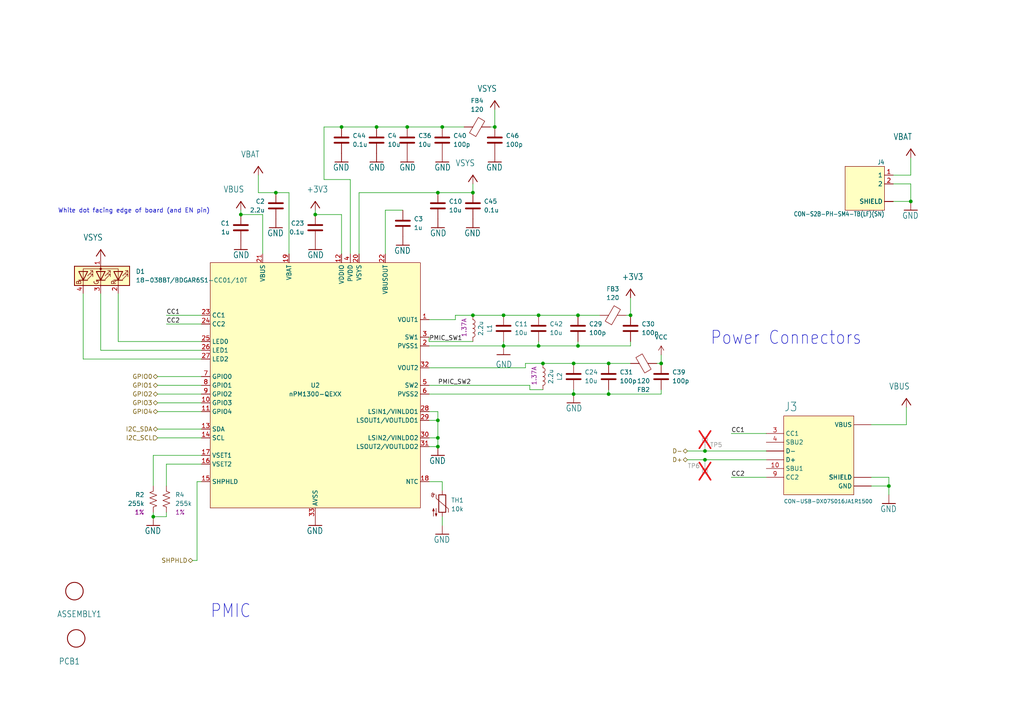
<source format=kicad_sch>
(kicad_sch (version 20250114) (generator "eeschema") (generator_version "9.0")
  (paper "A4")
  (title_block (title "nRF9151 Feather") (date "2024-12-04") (rev "1.0") (company "Circuit Dojo LLC"))
  (lib_symbols
    (symbol "Connector:TestPoint" (pin_numbers (hide yes)) (pin_names (offset 0.762) (hide yes))
      (property "Reference" "TP" (at 0 6.858 0))
      (property "Value" "TestPoint" (at 0 5.08 0))
      (symbol "TestPoint_0_1"
        (circle (center 0 3.302) (radius 0.762))
      )
      (symbol "TestPoint_1_1"
        (pin passive line (at 0 0 90) (length 2.54) (name "1") (number "1"))
      )
    )
    (symbol "Device:C" (pin_numbers (hide yes)) (pin_names (offset 0.254))
      (property "Reference" "C" (at 0.635 2.54 0))
      (property "Value" "C" (at 0.635 -2.54 0))
      (symbol "C_0_1"
        (polyline (pts (xy -2.032 0.762) (xy 2.032 0.762)) (stroke (width 0.508)))
        (polyline (pts (xy -2.032 -0.762) (xy 2.032 -0.762)) (stroke (width 0.508)))
      )
      (symbol "C_1_1"
        (pin passive line (at 0 3.81 270) (length 2.794) (name "~") (number "1"))
        (pin passive line (at 0 -3.81 90) (length 2.794) (name "~") (number "2"))
      )
    )
    (symbol "Device:FerriteBead" (pin_numbers (hide yes)) (pin_names (offset 0))
      (property "Reference" "FB" (at -3.81 0.635 90))
      (property "Value" "FerriteBead" (at 3.81 0 90))
      (symbol "FerriteBead_0_1"
        (polyline (pts (xy -2.7686 0.4064) (xy -1.7018 2.2606) (xy 2.7686 -0.3048) (xy 1.6764 -2.159) (xy -2.7686 0.4064)))
        (polyline (pts (xy 0 1.27) (xy 0 1.2954)))
        (polyline (pts (xy 0 -1.27) (xy 0 -1.2192)))
      )
      (symbol "FerriteBead_1_1"
        (pin passive line (at 0 3.81 270) (length 2.54) (name "~") (number "1"))
        (pin passive line (at 0 -3.81 90) (length 2.54) (name "~") (number "2"))
      )
    )
    (symbol "Device:L" (pin_numbers (hide yes)) (pin_names (offset 1.016) (hide yes))
      (property "Reference" "L" (at -1.27 0 90))
      (property "Value" "L" (at 1.905 0 90))
      (symbol "L_0_1"
        (arc (start 0 2.54) (mid 0.6323 1.905) (end 0 1.27))
        (arc (start 0 1.27) (mid 0.6323 0.635) (end 0 0))
        (arc (start 0 0) (mid 0.6323 -0.635) (end 0 -1.27))
        (arc (start 0 -1.27) (mid 0.6323 -1.905) (end 0 -2.54))
      )
      (symbol "L_1_1"
        (pin passive line (at 0 3.81 270) (length 1.27) (name "1") (number "1"))
        (pin passive line (at 0 -3.81 90) (length 1.27) (name "2") (number "2"))
      )
    )
    (symbol "Device:LED_ARGB" (pin_names (offset 0) (hide yes))
      (property "Reference" "D" (at 0 9.398 0))
      (property "Value" "LED_ARGB" (at 0 -8.89 0))
      (symbol "LED_ARGB_0_0"
        (text "R" (at -1.905 3.81 0) (effects (font (size 1.27 1.27))))
        (text "G" (at -1.905 -1.27 0) (effects (font (size 1.27 1.27))))
        (text "B" (at -1.905 -6.35 0) (effects (font (size 1.27 1.27))))
      )
      (symbol "LED_ARGB_0_1"
        (polyline (pts (xy -1.27 6.35) (xy -1.27 3.81)) (stroke (width 0.254)))
        (polyline (pts (xy -1.27 6.35) (xy -1.27 3.81) (xy -1.27 3.81)))
        (polyline (pts (xy -1.27 5.08) (xy -2.54 5.08)))
        (polyline (pts (xy -1.27 5.08) (xy 1.27 5.08)))
        (polyline (pts (xy -1.27 1.27) (xy -1.27 -1.27)) (stroke (width 0.254)))
        (polyline (pts (xy -1.27 1.27) (xy -1.27 -1.27) (xy -1.27 -1.27)))
        (polyline (pts (xy -1.27 0) (xy -2.54 0)))
        (polyline (pts (xy -1.27 -3.81) (xy -1.27 -6.35)) (stroke (width 0.254)))
        (polyline (pts (xy -1.27 -5.08) (xy -2.54 -5.08)))
        (polyline (pts (xy -1.27 -5.08) (xy 1.27 -5.08)))
        (polyline (pts (xy -1.016 6.35) (xy 0.508 7.874) (xy -0.254 7.874) (xy 0.508 7.874) (xy 0.508 7.112)))
        (polyline (pts (xy -1.016 1.27) (xy 0.508 2.794) (xy -0.254 2.794) (xy 0.508 2.794) (xy 0.508 2.032)))
        (polyline (pts (xy -1.016 -3.81) (xy 0.508 -2.286) (xy -0.254 -2.286) (xy 0.508 -2.286) (xy 0.508 -3.048)))
        (polyline (pts (xy 0 6.35) (xy 1.524 7.874) (xy 0.762 7.874) (xy 1.524 7.874) (xy 1.524 7.112)))
        (polyline (pts (xy 0 1.27) (xy 1.524 2.794) (xy 0.762 2.794) (xy 1.524 2.794) (xy 1.524 2.032)))
        (polyline (pts (xy 0 -3.81) (xy 1.524 -2.286) (xy 0.762 -2.286) (xy 1.524 -2.286) (xy 1.524 -3.048)))
        (polyline (pts (xy 1.27 6.35) (xy 1.27 3.81) (xy -1.27 5.08) (xy 1.27 6.35)) (stroke (width 0.254)))
        (rectangle (start 1.27 6.35) (end 1.27 6.35))
        (rectangle (start 1.27 3.81) (end 1.27 6.35))
        (polyline (pts (xy 1.27 1.27) (xy 1.27 -1.27) (xy -1.27 0) (xy 1.27 1.27)) (stroke (width 0.254)))
        (rectangle (start 1.27 1.27) (end 1.27 1.27))
        (polyline (pts (xy 1.27 0) (xy -1.27 0)))
        (polyline (pts (xy 1.27 0) (xy 2.54 0)))
        (rectangle (start 1.27 -1.27) (end 1.27 1.27))
        (polyline (pts (xy 1.27 -3.81) (xy 1.27 -6.35) (xy -1.27 -5.08) (xy 1.27 -3.81)) (stroke (width 0.254)))
        (polyline (pts (xy 1.27 -5.08) (xy 2.032 -5.08) (xy 2.032 5.08) (xy 1.27 5.08)))
        (circle (center 2.032 0) (radius 0.254) (fill (type outline)))
        (rectangle (start 2.794 8.382) (end -2.794 -7.62) (stroke (width 0.254)) (fill (type background)))
      )
      (symbol "LED_ARGB_1_1"
        (pin passive line (at -5.08 5.08 0) (length 2.54) (name "RK") (number "2"))
        (pin passive line (at -5.08 0 0) (length 2.54) (name "GK") (number "3"))
        (pin passive line (at -5.08 -5.08 0) (length 2.54) (name "BK") (number "4"))
        (pin passive line (at 5.08 0 180) (length 2.54) (name "A") (number "1"))
      )
    )
    (symbol "Device:R_US" (pin_numbers (hide yes)) (pin_names (offset 0))
      (property "Reference" "R" (at 2.54 0 90))
      (property "Value" "R_US" (at -2.54 0 90))
      (symbol "R_US_0_1"
        (polyline (pts (xy 0 2.286) (xy 0 2.54)))
        (polyline (pts (xy 0 2.286) (xy 1.016 1.905) (xy 0 1.524) (xy -1.016 1.143) (xy 0 0.762)))
        (polyline (pts (xy 0 0.762) (xy 1.016 0.381) (xy 0 0) (xy -1.016 -0.381) (xy 0 -0.762)))
        (polyline (pts (xy 0 -0.762) (xy 1.016 -1.143) (xy 0 -1.524) (xy -1.016 -1.905) (xy 0 -2.286)))
        (polyline (pts (xy 0 -2.286) (xy 0 -2.54)))
      )
      (symbol "R_US_1_1"
        (pin passive line (at 0 3.81 270) (length 1.27) (name "~") (number "1"))
        (pin passive line (at 0 -3.81 90) (length 1.27) (name "~") (number "2"))
      )
    )
    (symbol "Device:Thermistor_NTC" (pin_numbers (hide yes)) (pin_names (offset 0))
      (property "Reference" "TH" (at -4.445 0 90))
      (property "Value" "Thermistor_NTC" (at 3.175 0 90))
      (symbol "Thermistor_NTC_0_1"
        (arc (start -3.175 2.413) (mid -3.0506 2.3165) (end -3.048 2.159))
        (arc (start -3.048 2.794) (mid -2.9736 2.9736) (end -2.794 3.048))
        (arc (start -2.794 3.048) (mid -2.6144 2.9736) (end -2.54 2.794))
        (arc (start -2.794 2.54) (mid -2.9736 2.6144) (end -3.048 2.794))
        (arc (start -2.794 1.905) (mid -2.9736 1.9794) (end -3.048 2.159))
        (arc (start -2.54 2.159) (mid -2.6144 1.9794) (end -2.794 1.905))
        (arc (start -2.159 2.794) (mid -2.434 2.5608) (end -2.794 2.54))
        (polyline (pts (xy -2.54 2.159) (xy -2.54 2.794)))
        (polyline (pts (xy -2.54 -3.683) (xy -2.54 -1.397) (xy -2.794 -2.159) (xy -2.286 -2.159) (xy -2.54 -1.397) (xy -2.54 -1.651)) (fill (type outline)))
        (polyline (pts (xy -1.778 2.54) (xy -1.778 1.524) (xy 1.778 -1.524) (xy 1.778 -2.54)))
        (polyline (pts (xy -1.778 -1.397) (xy -1.778 -3.683) (xy -2.032 -2.921) (xy -1.524 -2.921) (xy -1.778 -3.683) (xy -1.778 -3.429)) (fill (type outline)))
        (rectangle (start -1.016 2.54) (end 1.016 -2.54) (stroke (width 0.254)))
      )
      (symbol "Thermistor_NTC_1_1"
        (pin passive line (at 0 3.81 270) (length 1.27) (name "~") (number "1"))
        (pin passive line (at 0 -3.81 90) (length 1.27) (name "~") (number "2"))
      )
    )
    (symbol "PCM_nordic-lib-kicad-npm:nPM1300-QEXX"
      (property "Reference" "U" (at 0 0 0))
      (property "Value" "nPM1300-QEXX" (at 0 -2.54 0))
      (symbol "nPM1300-QEXX_0_0"
        (pin bidirectional line (at -33.02 20.32 0) (length 2.54) (name "CC1") (number "23"))
        (pin bidirectional line (at -33.02 17.78 0) (length 2.54) (name "CC2") (number "24"))
        (pin open_collector line (at -33.02 12.7 0) (length 2.54) (name "LED0") (number "25"))
        (pin open_collector line (at -33.02 10.16 0) (length 2.54) (name "LED1") (number "26"))
        (pin open_collector line (at -33.02 7.62 0) (length 2.54) (name "LED2") (number "27"))
        (pin bidirectional line (at -33.02 2.54 0) (length 2.54) (name "GPIO0") (number "7"))
        (pin bidirectional line (at -33.02 0 0) (length 2.54) (name "GPIO1") (number "8"))
        (pin bidirectional line (at -33.02 -2.54 0) (length 2.54) (name "GPIO2") (number "9"))
        (pin bidirectional line (at -33.02 -5.08 0) (length 2.54) (name "GPIO3") (number "10"))
        (pin bidirectional line (at -33.02 -7.62 0) (length 2.54) (name "GPIO4") (number "11"))
        (pin bidirectional line (at -33.02 -12.7 0) (length 2.54) (name "SDA") (number "13"))
        (pin bidirectional line (at -33.02 -15.24 0) (length 2.54) (name "SCL") (number "14"))
        (pin passive line (at -33.02 -20.32 0) (length 2.54) (name "VSET1") (number "17"))
        (pin passive line (at -33.02 -22.86 0) (length 2.54) (name "VSET2") (number "16"))
        (pin input line (at -33.02 -27.94 0) (length 2.54) (name "SHPHLD") (number "15"))
        (pin power_in line (at -15.24 38.1 270) (length 2.54) (name "VBUS") (number "21"))
        (pin power_in line (at -7.62 38.1 270) (length 2.54) (name "VBAT") (number "19"))
        (pin power_in line (at 0 -38.1 90) (length 2.54) (name "AVSS") (number "33"))
        (pin power_in line (at 7.62 38.1 270) (length 2.54) (name "VDDIO") (number "12"))
        (pin power_in line (at 10.16 38.1 270) (length 2.54) (name "PVDD") (number "4"))
        (pin power_out line (at 12.7 38.1 270) (length 2.54) (name "VSYS") (number "20"))
        (pin power_out line (at 20.32 38.1 270) (length 2.54) (name "VBUSOUT") (number "22"))
        (pin power_out line (at 33.02 19.05 180) (length 2.54) (name "VOUT1") (number "1"))
        (pin passive line (at 33.02 13.97 180) (length 2.54) (name "SW1") (number "3"))
        (pin power_out line (at 33.02 5.08 180) (length 2.54) (name "VOUT2") (number "32"))
        (pin passive line (at 33.02 0 180) (length 2.54) (name "SW2") (number "5"))
        (pin output line (at 33.02 -10.16 180) (length 2.54) (name "LSOUT1/VOUTLDO1") (number "29"))
        (pin input line (at 33.02 -15.24 180) (length 2.54) (name "LSIN2/VINLDO2") (number "30"))
        (pin output line (at 33.02 -17.78 180) (length 2.54) (name "LSOUT2/VOUTLDO2") (number "31"))
        (pin passive line (at 33.02 -27.94 180) (length 2.54) (name "NTC") (number "18"))
      )
      (symbol "nPM1300-QEXX_1_0"
        (pin power_in line (at 33.02 11.43 180) (length 2.54) (name "PVSS1") (number "2"))
        (pin power_in line (at 33.02 -2.54 180) (length 2.54) (name "PVSS2") (number "6"))
        (pin input line (at 33.02 -7.62 180) (length 2.54) (name "LSIN1/VINLDO1") (number "28"))
      )
      (symbol "nPM1300-QEXX_1_1"
        (rectangle (start -30.48 35.56) (end 30.48 -35.56) (fill (type background)))
      )
    )
    (symbol "nrf91-feather-eagle-import:+3V3" (power)
      (property "Value" "+3V3" (at -2.54 -5.08 90))
      (symbol "+3V3_1_0"
        (polyline (pts (xy 0 0) (xy -1.27 -1.905)) (stroke (width 0.254)))
        (polyline (pts (xy 1.27 -1.905) (xy 0 0)) (stroke (width 0.254)))
        (pin power_in line (at 0 -2.54 90) (length 2.54) (name "+3V3") (number "1"))
      )
    )
    (symbol "nrf91-feather-eagle-import:ASSY-COST"
      (property "Reference" "ASSEMBLY" (at -5.08 -7.62 0))
      (symbol "ASSY-COST_1_0"
        (circle (center 0 0) (radius 2.54) (stroke (width 0.254)))
      )
    )
    (symbol "nrf91-feather-eagle-import:CON-S2B-PH-SM4-TB(LF)(SN)"
      (property "Reference" "J4" (at -5.0829 5.5957 0))
      (property "Value" "CON-S2B-PH-SM4-TB(LF)(SN)" (at -5.0881 -9.4227 0))
      (symbol "CON-S2B-PH-SM4-TB(LF)(SN)_1_0"
        (pin passive line (at -7.62 2.54 0) (length 2.54) (name "1") (number "1"))
        (pin passive line (at -7.62 0 0) (length 2.54) (name "2") (number "2"))
        (pin passive line (at -7.62 -5.08 0) (length 2.54) (name "SHIELD") (number "S1"))
        (pin passive line (at -7.62 -5.08 0) (length 2.54) (name "SHIELD") (number "S2"))
      )
      (symbol "CON-S2B-PH-SM4-TB(LF)(SN)_1_1"
        (rectangle (start -5.08 5.08) (end 6.35 -7.62) (fill (type background)))
      )
    )
    (symbol "nrf91-feather-eagle-import:CON-USB-DX07S016JA1R1500"
      (property "Reference" "J3" (at -10.16 11.43 0))
      (property "Value" "CON-USB-DX07S016JA1R1500" (at -10.16 -13.97 0))
      (symbol "CON-USB-DX07S016JA1R1500_1_0"
        (pin passive line (at -15.24 5.08 0) (length 5.08) (name "CC1") (number "3"))
        (pin passive line (at -15.24 2.54 0) (length 5.08) (name "SBU2") (number "4"))
        (pin passive line (at -15.24 0 0) (length 5.08) (name "D-") (number "5"))
        (pin passive line (at -15.24 0 0) (length 5.08) (name "D-") (number "8"))
        (pin passive line (at -15.24 -2.54 0) (length 5.08) (name "D+") (number "6"))
        (pin passive line (at -15.24 -2.54 0) (length 5.08) (name "D+") (number "7"))
        (pin passive line (at -15.24 -5.08 0) (length 5.08) (name "SBU1") (number "10"))
        (pin passive line (at -15.24 -7.62 0) (length 5.08) (name "CC2") (number "9"))
        (pin power_in line (at 15.24 7.62 180) (length 5.08) (name "VBUS") (number "11"))
        (pin power_in line (at 15.24 7.62 180) (length 5.08) (name "VBUS") (number "2"))
        (pin passive line (at 15.24 -7.62 180) (length 5.08) (name "SHIELD") (number "S1"))
        (pin passive line (at 15.24 -7.62 180) (length 5.08) (name "SHIELD") (number "S2"))
        (pin passive line (at 15.24 -7.62 180) (length 5.08) (name "SHIELD") (number "S3"))
        (pin passive line (at 15.24 -7.62 180) (length 5.08) (name "SHIELD") (number "S4"))
        (pin passive line (at 15.24 -7.62 180) (length 5.08) (name "SHIELD") (number "S5"))
        (pin passive line (at 15.24 -7.62 180) (length 5.08) (name "SHIELD") (number "S6"))
        (pin power_in line (at 15.24 -10.16 180) (length 5.08) (name "GND") (number "1"))
        (pin power_in line (at 15.24 -10.16 180) (length 5.08) (name "GND") (number "12"))
      )
      (symbol "CON-USB-DX07S016JA1R1500_1_1"
        (rectangle (start -10.16 10.16) (end 10.16 -12.7) (fill (type background)))
      )
    )
    (symbol "nrf91-feather-eagle-import:GND" (power)
      (property "Value" "GND" (at -2.54 -2.54 0))
      (symbol "GND_1_0"
        (polyline (pts (xy -1.905 0) (xy 1.905 0)) (stroke (width 0.254)))
        (pin power_in line (at 0 2.54 270) (length 2.54) (name "GND") (number "1"))
      )
    )
    (symbol "nrf91-feather-eagle-import:PCB"
      (property "Reference" "PCB" (at -5.08 -7.62 0))
      (symbol "PCB_1_0"
        (circle (center 0 0) (radius 2.54) (stroke (width 0.254)))
      )
    )
    (symbol "nrf91-feather-eagle-import:VBAT" (power)
      (property "Value" "VBAT" (at -5.08 2.54 0))
      (symbol "VBAT_1_0"
        (polyline (pts (xy 0 0) (xy -1.27 -1.905)) (stroke (width 0.254)))
        (polyline (pts (xy 1.27 -1.905) (xy 0 0)) (stroke (width 0.254)))
        (pin power_in line (at 0 -2.54 90) (length 2.54) (name "VBAT") (number "1"))
      )
    )
    (symbol "nrf91-feather-eagle-import:VBUS" (power)
      (property "Value" "VBUS" (at -5.08 2.54 0))
      (symbol "VBUS_1_0"
        (polyline (pts (xy 0 0) (xy -1.27 -1.905)) (stroke (width 0.254)))
        (polyline (pts (xy 1.27 -1.905) (xy 0 0)) (stroke (width 0.254)))
        (pin power_in line (at 0 -2.54 90) (length 2.54) (name "VBUS") (number "1"))
      )
    )
    (symbol "nrf91-feather-eagle-import:VSYS" (power)
      (property "Value" "VSYS" (at -5.08 2.54 0))
      (symbol "VSYS_1_0"
        (polyline (pts (xy 0 0) (xy -1.27 -1.905)) (stroke (width 0.254)))
        (polyline (pts (xy 1.27 -1.905) (xy 0 0)) (stroke (width 0.254)))
        (pin power_in line (at 0 -2.54 90) (length 2.54) (name "VSYS") (number "1"))
      )
    )
    (symbol "power:VCC" (power) (pin_numbers (hide yes)) (pin_names (offset 0) (hide yes))
      (property "Value" "VCC" (at 0 3.556 0))
      (symbol "VCC_0_1"
        (polyline (pts (xy -0.762 1.27) (xy 0 2.54)))
        (polyline (pts (xy 0 2.54) (xy 0.762 1.27)))
        (polyline (pts (xy 0 0) (xy 0 2.54)))
      )
      (symbol "VCC_1_1"
        (pin power_in line (at 0 0 90) (length 0) (name "~") (number "1"))
      )
    )
  )
  (text "White dot facing edge of board (and EN pin)" (at 38.862 61.214 0) (effects (font (size 1.27 1.27))))
  (text "Power Connectors" (at 205.994 100.33 0) (effects (font (size 3.81 3.2385)) (justify left bottom)))
  (text "PMIC" (at 60.96 179.578 0) (effects (font (size 3.81 3.2385)) (justify left bottom)))
  (junction (at 156.21 91.44))
  (junction (at 167.64 100.33))
  (junction (at 118.11 36.83))
  (junction (at 182.88 91.44))
  (junction (at 80.01 55.88))
  (junction (at 264.16 58.42))
  (junction (at 157.48 105.41))
  (junction (at 176.53 114.3))
  (junction (at 191.77 105.41))
  (junction (at 176.53 105.41))
  (junction (at 204.47 133.35))
  (junction (at 137.16 91.44))
  (junction (at 127 55.88))
  (junction (at 91.44 62.23))
  (junction (at 137.16 55.88))
  (junction (at 99.06 36.83))
  (junction (at 146.05 91.44))
  (junction (at 204.47 130.81))
  (junction (at 69.85 62.23))
  (junction (at 143.51 36.83))
  (junction (at 166.37 114.3))
  (junction (at 127 121.92))
  (junction (at 146.05 100.33))
  (junction (at 109.22 36.83))
  (junction (at 156.21 100.33))
  (junction (at 127 127))
  (junction (at 166.37 105.41))
  (junction (at 128.27 36.83))
  (junction (at 167.64 91.44))
  (junction (at 44.45 149.86))
  (junction (at 127 129.54))
  (junction (at 257.81 140.97))
  (wire (pts (xy 124.46 127) (xy 127 127)))
  (wire (pts (xy 124.46 111.76) (xy 153.67 111.76)))
  (wire (pts (xy 109.22 36.83) (xy 99.06 36.83)))
  (wire (pts (xy 264.16 50.8) (xy 259.08 50.8)) (stroke (width 0.1524)))
  (wire (pts (xy 167.64 100.33) (xy 156.21 100.33)))
  (wire (pts (xy 58.42 104.14) (xy 24.13 104.14)))
  (wire (pts (xy 222.25 125.73) (xy 212.09 125.73)) (stroke (width 0.1524)))
  (wire (pts (xy 58.42 99.06) (xy 34.29 99.06)))
  (wire (pts (xy 222.25 130.81) (xy 204.47 130.81)) (stroke (width 0.1524)))
  (wire (pts (xy 48.26 134.62) (xy 48.26 140.97)))
  (wire (pts (xy 48.26 149.86) (xy 44.45 149.86)))
  (wire (pts (xy 167.64 100.33) (xy 182.88 100.33)))
  (wire (pts (xy 167.64 91.44) (xy 173.99 91.44)))
  (wire (pts (xy 128.27 149.86) (xy 128.27 152.4)))
  (wire (pts (xy 176.53 114.3) (xy 191.77 114.3)))
  (wire (pts (xy 99.06 73.66) (xy 99.06 62.23)))
  (wire (pts (xy 80.01 55.88) (xy 83.82 55.88)) (stroke (width 0.1524)))
  (wire (pts (xy 58.42 91.44) (xy 48.26 91.44)) (stroke (width 0.1524)))
  (wire (pts (xy 166.37 114.3) (xy 176.53 114.3)))
  (wire (pts (xy 181.61 91.44) (xy 182.88 91.44)))
  (wire (pts (xy 128.27 36.83) (xy 134.62 36.83)))
  (wire (pts (xy 252.73 123.19) (xy 262.89 123.19)) (stroke (width 0.1524)))
  (wire (pts (xy 252.73 138.43) (xy 257.81 138.43)) (stroke (width 0.1524)))
  (wire (pts (xy 127 119.38) (xy 127 121.92)))
  (wire (pts (xy 104.14 55.88) (xy 127 55.88)))
  (wire (pts (xy 124.46 139.7) (xy 128.27 139.7)))
  (wire (pts (xy 212.09 138.43) (xy 222.25 138.43)) (stroke (width 0.1524)))
  (wire (pts (xy 58.42 93.98) (xy 48.26 93.98)) (stroke (width 0.1524)))
  (wire (pts (xy 29.21 101.6) (xy 29.21 85.09)))
  (wire (pts (xy 152.4 105.41) (xy 152.4 106.68)))
  (wire (pts (xy 44.45 132.08) (xy 58.42 132.08)))
  (wire (pts (xy 128.27 36.83) (xy 118.11 36.83)))
  (wire (pts (xy 45.72 119.38) (xy 58.42 119.38)))
  (wire (pts (xy 142.24 36.83) (xy 143.51 36.83)))
  (wire (pts (xy 76.2 62.23) (xy 76.2 73.66)))
  (wire (pts (xy 152.4 106.68) (xy 124.46 106.68)))
  (wire (pts (xy 157.48 113.03) (xy 153.67 113.03)))
  (wire (pts (xy 58.42 139.7) (xy 57.15 139.7)))
  (wire (pts (xy 45.72 127) (xy 58.42 127)))
  (wire (pts (xy 157.48 105.41) (xy 166.37 105.41)))
  (wire (pts (xy 143.51 31.75) (xy 143.51 36.83)))
  (wire (pts (xy 45.72 116.84) (xy 58.42 116.84)))
  (wire (pts (xy 91.44 60.96) (xy 91.44 62.23)))
  (wire (pts (xy 93.98 52.07) (xy 101.6 52.07)))
  (wire (pts (xy 257.81 138.43) (xy 257.81 140.97)) (stroke (width 0.1524)))
  (wire (pts (xy 99.06 62.23) (xy 91.44 62.23)))
  (wire (pts (xy 69.85 60.96) (xy 69.85 62.23)))
  (wire (pts (xy 45.72 124.46) (xy 58.42 124.46)))
  (wire (pts (xy 132.08 92.71) (xy 132.08 91.44)))
  (wire (pts (xy 57.15 162.56) (xy 55.88 162.56)))
  (wire (pts (xy 127 127) (xy 127 129.54)))
  (wire (pts (xy 257.81 140.97) (xy 257.81 143.51)) (stroke (width 0.1524)))
  (wire (pts (xy 191.77 113.03) (xy 191.77 114.3)))
  (wire (pts (xy 104.14 55.88) (xy 104.14 73.66)))
  (wire (pts (xy 45.72 114.3) (xy 58.42 114.3)))
  (wire (pts (xy 132.08 91.44) (xy 137.16 91.44)))
  (wire (pts (xy 99.06 36.83) (xy 93.98 36.83)))
  (wire (pts (xy 124.46 129.54) (xy 127 129.54)))
  (wire (pts (xy 259.08 53.34) (xy 264.16 53.34)) (stroke (width 0.1524)))
  (wire (pts (xy 137.16 53.34) (xy 137.16 55.88)))
  (wire (pts (xy 83.82 55.88) (xy 83.82 73.66)) (stroke (width 0.1524)))
  (wire (pts (xy 146.05 100.33) (xy 156.21 100.33)))
  (wire (pts (xy 48.26 134.62) (xy 58.42 134.62)))
  (wire (pts (xy 152.4 105.41) (xy 157.48 105.41)))
  (wire (pts (xy 127 121.92) (xy 127 127)))
  (wire (pts (xy 222.25 133.35) (xy 204.47 133.35)) (stroke (width 0.1524)))
  (wire (pts (xy 118.11 36.83) (xy 109.22 36.83)))
  (wire (pts (xy 166.37 105.41) (xy 176.53 105.41)))
  (wire (pts (xy 57.15 139.7) (xy 57.15 162.56)))
  (wire (pts (xy 182.88 86.36) (xy 182.88 91.44)))
  (wire (pts (xy 124.46 92.71) (xy 132.08 92.71)))
  (wire (pts (xy 156.21 91.44) (xy 167.64 91.44)))
  (wire (pts (xy 128.27 139.7) (xy 128.27 142.24)))
  (wire (pts (xy 264.16 53.34) (xy 264.16 58.42)) (stroke (width 0.1524)))
  (wire (pts (xy 153.67 113.03) (xy 153.67 111.76)))
  (wire (pts (xy 93.98 36.83) (xy 93.98 52.07)))
  (wire (pts (xy 176.53 113.03) (xy 176.53 114.3)))
  (wire (pts (xy 124.46 121.92) (xy 127 121.92)))
  (wire (pts (xy 191.77 102.87) (xy 191.77 105.41)))
  (wire (pts (xy 74.93 55.88) (xy 74.93 50.8)) (stroke (width 0.1524)))
  (wire (pts (xy 137.16 91.44) (xy 146.05 91.44)))
  (wire (pts (xy 24.13 104.14) (xy 24.13 85.09)))
  (wire (pts (xy 74.93 55.88) (xy 80.01 55.88)) (stroke (width 0.1524)))
  (wire (pts (xy 167.64 99.06) (xy 167.64 100.33)))
  (wire (pts (xy 124.46 119.38) (xy 127 119.38)))
  (wire (pts (xy 166.37 114.3) (xy 166.37 113.03)))
  (wire (pts (xy 124.46 99.06) (xy 124.46 97.79)))
  (wire (pts (xy 264.16 58.42) (xy 259.08 58.42)) (stroke (width 0.1524)))
  (wire (pts (xy 124.46 100.33) (xy 146.05 100.33)))
  (wire (pts (xy 34.29 99.06) (xy 34.29 85.09)))
  (wire (pts (xy 45.72 111.76) (xy 58.42 111.76)))
  (wire (pts (xy 264.16 50.8) (xy 264.16 45.72)) (stroke (width 0.1524)))
  (wire (pts (xy 182.88 99.06) (xy 182.88 100.33)))
  (wire (pts (xy 146.05 100.33) (xy 146.05 99.06)))
  (wire (pts (xy 44.45 148.59) (xy 44.45 149.86)))
  (wire (pts (xy 45.72 109.22) (xy 58.42 109.22)))
  (wire (pts (xy 124.46 99.06) (xy 137.16 99.06)))
  (wire (pts (xy 204.47 133.35) (xy 199.39 133.35)) (stroke (width 0.1524)))
  (wire (pts (xy 69.85 62.23) (xy 76.2 62.23)))
  (wire (pts (xy 44.45 132.08) (xy 44.45 140.97)))
  (wire (pts (xy 176.53 105.41) (xy 182.88 105.41)))
  (wire (pts (xy 252.73 140.97) (xy 257.81 140.97)) (stroke (width 0.1524)))
  (wire (pts (xy 262.89 123.19) (xy 262.89 118.11)) (stroke (width 0.1524)))
  (wire (pts (xy 58.42 101.6) (xy 29.21 101.6)))
  (wire (pts (xy 101.6 52.07) (xy 101.6 73.66)))
  (wire (pts (xy 127 55.88) (xy 137.16 55.88)))
  (wire (pts (xy 204.47 130.81) (xy 199.39 130.81)) (stroke (width 0.1524)))
  (wire (pts (xy 124.46 114.3) (xy 166.37 114.3)))
  (wire (pts (xy 48.26 148.59) (xy 48.26 149.86)))
  (wire (pts (xy 156.21 100.33) (xy 156.21 99.06)))
  (wire (pts (xy 146.05 91.44) (xy 156.21 91.44)))
  (wire (pts (xy 190.5 105.41) (xy 191.77 105.41)))
  (wire (pts (xy 111.76 60.96) (xy 116.84 60.96)))
  (wire (pts (xy 111.76 73.66) (xy 111.76 60.96)))
  (label "CC1" (at 48.26 91.44 0))
  (label "CC2" (at 48.26 93.98 0))
  (label "CC2" (at 212.09 138.43 0))
  (label "PMIC_SW2" (at 127 111.76 0))
  (label "CC1" (at 212.09 125.73 0))
  (label "PMIC_SW1" (at 124.46 99.06 0))
  (hierarchical_label "GPIO0" (shape bidirectional) (at 45.72 109.22 180))
  (hierarchical_label "GPIO3" (shape bidirectional) (at 45.72 116.84 180))
  (hierarchical_label "GPIO4" (shape bidirectional) (at 45.72 119.38 180))
  (hierarchical_label "GPIO2" (shape bidirectional) (at 45.72 114.3 180))
  (hierarchical_label "D+" (shape bidirectional) (at 199.39 133.35 180) (effects (font (size 1.2446 1.2446))))
  (hierarchical_label "GPIO1" (shape bidirectional) (at 45.72 111.76 180))
  (hierarchical_label "I2C_SCL" (shape input) (at 45.72 127 180))
  (hierarchical_label "I2C_SDA" (shape bidirectional) (at 45.72 124.46 180))
  (hierarchical_label "SHPHLD" (shape bidirectional) (at 55.88 162.56 180))
  (hierarchical_label "D-" (shape bidirectional) (at 199.39 130.81 180) (effects (font (size 1.2446 1.2446))))
  (symbol (lib_id "Device:L") (at 137.16 95.25 0) (mirror x) (unit 1)
    (property "Reference" "L1" (at 141.986 95.25 90))
    (property "Value" "2.2u" (at 139.446 95.25 90))
    (property "Footprint" "Circuit Dojo:IND-2P0X2P0X1P2" (effects (hide yes)))
    (property "Current" "1.37A" (at 134.62 97.79 90) (effects (justify right)))
    (property "Part Number" "IND-2.2U-1.37A-2x2" (effects (hide yes)))
    (property "Circuit Dojo PN" "IND-2.2U-1.37A-2x2" (effects (hide yes)))
  )
  (symbol (lib_id "power:VCC") (at 191.77 102.87 0) (unit 1)
    (property "Reference" "#PWR01" (effects (hide yes)))
    (property "Value" "VCC" (at 191.77 97.79 0))
  )
  (symbol (lib_id "nrf91-feather-eagle-import:VSYS") (at 29.21 72.39 0) (unit 1)
    (property "Reference" "#P+09" (effects (hide yes)))
    (property "Value" "VSYS" (at 24.13 69.85 0) (effects (font (size 1.778 1.5113)) (justify left bottom)))
  )
  (symbol (lib_id "nrf91-feather-eagle-import:GND") (at 128.27 154.94 0) (unit 1)
    (property "Reference" "#GND013" (effects (hide yes)))
    (property "Value" "GND" (at 125.73 157.48 0) (effects (font (size 1.778 1.5113)) (justify left bottom)))
  )
  (symbol (lib_id "nrf91-feather-eagle-import:GND") (at 146.05 102.87 0) (mirror y) (unit 1)
    (property "Reference" "#GND09" (effects (hide yes)))
    (property "Value" "GND" (at 148.59 106.68 0) (effects (font (size 1.778 1.5113)) (justify left bottom)))
  )
  (symbol (lib_id "Device:C") (at 137.16 59.69 0) (unit 1)
    (property "Reference" "C45" (at 140.335 58.42 0) (effects (justify left)))
    (property "Value" "0.1u" (at 140.335 60.96 0) (effects (justify left)))
    (property "Footprint" "Capacitor_SMD:C_0402_1005Metric" (effects (hide yes)))
    (property "Circuit Dojo PN" "CAP-0.1U-50V-0402" (effects (hide yes)))
  )
  (symbol (lib_id "nrf91-feather-eagle-import:GND") (at 69.85 72.39 0) (mirror y) (unit 1)
    (property "Reference" "#GND03" (effects (hide yes)))
    (property "Value" "GND" (at 72.39 74.93 0) (effects (font (size 1.778 1.5113)) (justify left bottom)))
  )
  (symbol (lib_id "nrf91-feather-eagle-import:GND") (at 116.84 71.12 0) (unit 1)
    (property "Reference" "#GND06" (effects (hide yes)))
    (property "Value" "GND" (at 114.3 73.66 0) (effects (font (size 1.778 1.5113)) (justify left bottom)))
  )
  (symbol (lib_id "Device:LED_ARGB") (at 29.21 80.01 270) (mirror x) (unit 1)
    (property "Reference" "D1" (at 39.37 78.7399 90) (effects (justify left)))
    (property "Value" "18-038BT/BDGAR6S1-CC01/10T" (at 39.37 81.2799 90) (effects (justify left)))
    (property "Footprint" "LED_SMD:LED_Wurth_150044M155260" (effects (hide yes)))
    (property "Description" "RGB LED, anode/red/green/blue" (effects (hide yes)))
    (property "Circuit Dojo PN" "LED-RGB-18-038BT/BDGAR6S1-CC01/10T" (effects (hide yes)))
  )
  (symbol (lib_id "Device:R_US") (at 48.26 144.78 0) (unit 1)
    (property "Reference" "R4" (at 50.8 143.51 0) (effects (justify left)))
    (property "Value" "255k" (at 50.8 146.05 0) (effects (justify left)))
    (property "Footprint" "Resistor_SMD:R_0402_1005Metric" (effects (hide yes)))
    (property "Tolerance" "1%" (at 50.8 148.59 0) (effects (justify left)))
    (property "Part Number" "RES-330-5%-0402" (effects (hide yes)))
    (property "Circuit Dojo PN" "RES-255K-1%-0402" (effects (hide yes)))
  )
  (symbol (lib_id "nrf91-feather-eagle-import:GND") (at 143.51 46.99 0) (unit 1)
    (property "Reference" "#GND063" (effects (hide yes)))
    (property "Value" "GND" (at 140.97 49.53 0) (effects (font (size 1.778 1.5113)) (justify left bottom)))
  )
  (symbol (lib_id "nrf91-feather-eagle-import:CON-USB-DX07S016JA1R1500") (at 237.49 130.81 0) (unit 1)
    (property "Reference" "J3" (at 227.33 119.38 0) (effects (font (size 2.54 2.159)) (justify left bottom)))
    (property "Value" "CON-USB-DX07S016JA1R1500" (at 227.33 144.78 0) (effects (font (size 1.084 1.084)) (justify left top)))
    (property "Footprint" "Circuit Dojo:JAE_DX07S016JA1R1500" (effects (hide yes)))
    (property "Part Number" "CON-USB-DX07S016JA1R1500" (effects (hide yes)))
    (property "Circuit Dojo PN" "CON-USB-DX07S016JA1R1500" (effects (hide yes)))
  )
  (symbol (lib_id "nrf91-feather-eagle-import:GND") (at 128.27 46.99 0) (mirror y) (unit 1)
    (property "Reference" "#GND053" (effects (hide yes)))
    (property "Value" "GND" (at 130.81 49.53 0) (effects (font (size 1.778 1.5113)) (justify left bottom)))
  )
  (symbol (lib_id "nrf91-feather-eagle-import:GND") (at 80.01 66.04 0) (unit 1)
    (property "Reference" "#GND04" (effects (hide yes)))
    (property "Value" "GND" (at 77.47 68.58 0) (effects (font (size 1.778 1.5113)) (justify left bottom)))
  )
  (symbol (lib_id "nrf91-feather-eagle-import:PCB") (at 22.098 185.166 0) (unit 1) (on_board no)
    (property "Reference" "PCB1" (at 17.018 192.786 0) (effects (font (size 1.778 1.5113)) (justify left bottom)))
    (property "Value" "PCB" (effects (hide yes)))
    (property "Footprint" "nrf91-feather:PLACEHOLDER" (effects (hide yes)))
    (property "Part Number" "PCB-NRF9161-FEATHER" (effects (hide yes)))
    (property "Circuit Dojo PN" "PCB-NRF9151-FEATHER" (effects (hide yes)))
  )
  (symbol (lib_id "nrf91-feather-eagle-import:GND") (at 118.11 46.99 0) (mirror y) (unit 1)
    (property "Reference" "#GND012" (effects (hide yes)))
    (property "Value" "GND" (at 120.65 49.53 0) (effects (font (size 1.778 1.5113)) (justify left bottom)))
  )
  (symbol (lib_id "nrf91-feather-eagle-import:GND") (at 91.44 72.39 0) (mirror y) (unit 1)
    (property "Reference" "#GND011" (effects (hide yes)))
    (property "Value" "GND" (at 93.98 74.93 0) (effects (font (size 1.778 1.5113)) (justify left bottom)))
  )
  (symbol (lib_id "nrf91-feather-eagle-import:VBAT") (at 74.93 48.26 0) (unit 1)
    (property "Reference" "#P+02" (effects (hide yes)))
    (property "Value" "VBAT" (at 69.85 45.72 0) (effects (font (size 1.778 1.5113)) (justify left bottom)))
  )
  (symbol (lib_id "Device:C") (at 156.21 95.25 0) (unit 1)
    (property "Reference" "C42" (at 159.385 93.98 0) (effects (justify left)))
    (property "Value" "10u" (at 159.385 96.52 0) (effects (justify left)))
    (property "Footprint" "Capacitor_SMD:C_0603_1608Metric" (effects (hide yes)))
    (property "Circuit Dojo PN" "CAP-10U-6.3V-0603" (effects (hide yes)))
  )
  (symbol (lib_id "Device:C") (at 116.84 64.77 0) (unit 1)
    (property "Reference" "C3" (at 120.015 63.5 0) (effects (justify left)))
    (property "Value" "1u" (at 120.015 66.04 0) (effects (justify left)))
    (property "Footprint" "Capacitor_SMD:C_0402_1005Metric" (effects (hide yes)))
    (property "Circuit Dojo PN" "CAP-1U-25V-1-0402" (effects (hide yes)))
  )
  (symbol (lib_id "Device:C") (at 146.05 95.25 0) (unit 1)
    (property "Reference" "C11" (at 149.225 93.98 0) (effects (justify left)))
    (property "Value" "10u" (at 149.225 96.52 0) (effects (justify left)))
    (property "Footprint" "Capacitor_SMD:C_0603_1608Metric" (effects (hide yes)))
    (property "Circuit Dojo PN" "CAP-10U-6.3V-0603" (effects (hide yes)))
  )
  (symbol (lib_id "Device:R_US") (at 44.45 144.78 0) (mirror y) (unit 1)
    (property "Reference" "R2" (at 41.91 143.51 0) (effects (justify left)))
    (property "Value" "255k" (at 41.91 146.05 0) (effects (justify left)))
    (property "Footprint" "Resistor_SMD:R_0402_1005Metric" (effects (hide yes)))
    (property "Tolerance" "1%" (at 41.91 148.59 0) (effects (justify left)))
    (property "Part Number" "RES-330-5%-0402" (effects (hide yes)))
    (property "Circuit Dojo PN" "RES-255K-1%-0402" (effects (hide yes)))
  )
  (symbol (lib_id "Device:C") (at 80.01 59.69 0) (mirror y) (unit 1)
    (property "Reference" "C2" (at 76.835 58.42 0) (effects (justify left)))
    (property "Value" "2.2u" (at 76.835 60.96 0) (effects (justify left)))
    (property "Footprint" "Capacitor_SMD:C_0603_1608Metric" (effects (hide yes)))
    (property "Circuit Dojo PN" "CAP-2.2U-10V-01-0603" (effects (hide yes)))
  )
  (symbol (lib_id "nrf91-feather-eagle-import:GND") (at 264.16 60.96 0) (unit 1)
    (property "Reference" "#GND019" (effects (hide yes)))
    (property "Value" "GND" (at 261.62 63.5 0) (effects (font (size 1.778 1.5113)) (justify left bottom)))
  )
  (symbol (lib_id "Device:FerriteBead") (at 186.69 105.41 90) (mirror x) (unit 1)
    (property "Reference" "FB2" (at 186.6392 113.03 90))
    (property "Value" "120" (at 186.6392 110.49 90))
    (property "Footprint" "Resistor_SMD:R_0402_1005Metric" (effects (hide yes)))
    (property "Description" "Ferrite bead" (effects (hide yes)))
    (property "Circuit Dojo PN" "FERRITE-120-100MHZ-0402" (effects (hide yes)))
  )
  (symbol (lib_id "nrf91-feather-eagle-import:CON-S2B-PH-SM4-TB(LF)(SN)") (at 251.46 53.34 0) (mirror y) (unit 1)
    (property "Reference" "J4" (at 256.5429 47.7443 0) (effects (font (size 1.2725 1.0816)) (justify left bottom)))
    (property "Value" "CON-S2B-PH-SM4-TB(LF)(SN)" (at 256.5481 62.7627 0) (effects (font (size 1.2754 1.084)) (justify left bottom)))
    (property "Footprint" "nrf91-feather:JST_S2B-PH-SM4-TB(LF)(SN)" (effects (hide yes)))
    (property "Part Number" "CON-S2B-PH-SM4-TB(LF)(SN)" (effects (hide yes)))
    (property "Circuit Dojo PN" "CON-S2B-PH-SM4-TB(LF)(SN)" (effects (hide yes)))
  )
  (symbol (lib_id "nrf91-feather-eagle-import:VBAT") (at 264.16 43.18 0) (unit 1)
    (property "Reference" "#P+015" (effects (hide yes)))
    (property "Value" "VBAT" (at 259.08 40.64 0) (effects (font (size 1.778 1.5113)) (justify left bottom)))
  )
  (symbol (lib_id "Device:C") (at 118.11 40.64 0) (unit 1)
    (property "Reference" "C36" (at 121.285 39.37 0) (effects (justify left)))
    (property "Value" "10u" (at 121.285 41.91 0) (effects (justify left)))
    (property "Footprint" "Capacitor_SMD:C_0603_1608Metric" (effects (hide yes)))
    (property "Circuit Dojo PN" "CAP-10U-6.3V-0603" (effects (hide yes)))
  )
  (symbol (lib_id "nrf91-feather-eagle-import:+3V3") (at 182.88 83.82 0) (unit 1)
    (property "Reference" "#+3V03" (effects (hide yes)))
    (property "Value" "+3V3" (at 180.34 81.28 0) (effects (font (size 1.778 1.5113)) (justify left bottom)))
  )
  (symbol (lib_id "Device:C") (at 69.85 66.04 0) (mirror y) (unit 1)
    (property "Reference" "C1" (at 66.675 64.77 0) (effects (justify left)))
    (property "Value" "1u" (at 66.675 67.31 0) (effects (justify left)))
    (property "Footprint" "Capacitor_SMD:C_0402_1005Metric" (effects (hide yes)))
    (property "Circuit Dojo PN" "CAP-1U-25V-1-0402" (effects (hide yes)))
  )
  (symbol (lib_id "Connector:TestPoint") (at 204.47 133.35 180) (unit 1) (dnp yes)
    (property "Reference" "TP6" (at 199.39 135.128 0) (effects (justify right)))
    (property "Value" "TestPoint" (effects (hide yes)))
    (property "Footprint" "TestPoint:TestPoint_Pad_D1.0mm" (effects (hide yes)))
    (property "Description" "test point" (effects (hide yes)))
  )
  (symbol (lib_id "Device:C") (at 143.51 40.64 0) (unit 1)
    (property "Reference" "C46" (at 146.685 39.37 0) (effects (justify left)))
    (property "Value" "100p" (at 146.685 41.91 0) (effects (justify left)))
    (property "Footprint" "Capacitor_SMD:C_0402_1005Metric" (effects (hide yes)))
    (property "Circuit Dojo PN" "CAP-100P-50V-0402" (effects (hide yes)))
  )
  (symbol (lib_id "Device:C") (at 109.22 40.64 0) (unit 1)
    (property "Reference" "C4" (at 112.395 39.37 0) (effects (justify left)))
    (property "Value" "10u" (at 112.395 41.91 0) (effects (justify left)))
    (property "Footprint" "Capacitor_SMD:C_0603_1608Metric" (effects (hide yes)))
    (property "Circuit Dojo PN" "CAP-10U-6.3V-0603" (effects (hide yes)))
  )
  (symbol (lib_id "Connector:TestPoint") (at 204.47 130.81 0) (unit 1) (dnp yes)
    (property "Reference" "TP5" (at 209.55 129.032 0) (effects (justify right)))
    (property "Value" "TestPoint" (effects (hide yes)))
    (property "Footprint" "TestPoint:TestPoint_Pad_D1.0mm" (effects (hide yes)))
    (property "Description" "test point" (effects (hide yes)))
  )
  (symbol (lib_id "nrf91-feather-eagle-import:GND") (at 257.81 146.05 0) (unit 1)
    (property "Reference" "#GND017" (effects (hide yes)))
    (property "Value" "GND" (at 255.27 148.59 0) (effects (font (size 1.778 1.5113)) (justify left bottom)))
  )
  (symbol (lib_id "nrf91-feather-eagle-import:VBUS") (at 69.85 58.42 0) (unit 1)
    (property "Reference" "#P+01" (effects (hide yes)))
    (property "Value" "VBUS" (at 64.77 55.88 0) (effects (font (size 1.778 1.5113)) (justify left bottom)))
  )
  (symbol (lib_id "nrf91-feather-eagle-import:VBUS") (at 262.89 115.57 0) (unit 1)
    (property "Reference" "#P+010" (effects (hide yes)))
    (property "Value" "VBUS" (at 257.81 113.03 0) (effects (font (size 1.778 1.5113)) (justify left bottom)))
  )
  (symbol (lib_id "Device:C") (at 176.53 109.22 0) (unit 1)
    (property "Reference" "C31" (at 179.705 107.95 0) (effects (justify left)))
    (property "Value" "100p" (at 179.705 110.49 0) (effects (justify left)))
    (property "Footprint" "Capacitor_SMD:C_0402_1005Metric" (effects (hide yes)))
    (property "Circuit Dojo PN" "CAP-100P-50V-0402" (effects (hide yes)))
  )
  (symbol (lib_id "nrf91-feather-eagle-import:ASSY-COST") (at 21.59 171.45 0) (unit 1) (on_board no)
    (property "Reference" "ASSEMBLY1" (at 16.51 179.07 0) (effects (font (size 1.778 1.5113)) (justify left bottom)))
    (property "Value" "ASSY-COST" (effects (hide yes)))
    (property "Footprint" "nrf91-feather:WOLFF-DEN_PLACEHOLDER" (effects (hide yes)))
    (property "Part Number" "ASSY-COST-NRF9161-FEATHER" (effects (hide yes)))
    (property "Circuit Dojo PN" "ASSY-COST-NRF9151-FEATHER" (effects (hide yes)))
  )
  (symbol (lib_id "Device:C") (at 167.64 95.25 0) (unit 1)
    (property "Reference" "C29" (at 170.815 93.98 0) (effects (justify left)))
    (property "Value" "100p" (at 170.815 96.52 0) (effects (justify left)))
    (property "Footprint" "Capacitor_SMD:C_0402_1005Metric" (effects (hide yes)))
    (property "Circuit Dojo PN" "CAP-100P-50V-0402" (effects (hide yes)))
  )
  (symbol (lib_id "Device:Thermistor_NTC") (at 128.27 146.05 0) (unit 1)
    (property "Reference" "TH1" (at 130.81 145.0974 0) (effects (justify left)))
    (property "Value" "10k" (at 130.81 147.6374 0) (effects (justify left)))
    (property "Footprint" "Resistor_SMD:R_0402_1005Metric" (effects (hide yes)))
    (property "Description" "Temperature dependent resistor, negative temperature coefficient" (effects (hide yes)))
    (property "Circuit Dojo PN" "NTC-10K-1%-0402" (effects (hide yes)))
  )
  (symbol (lib_id "nrf91-feather-eagle-import:GND") (at 127 132.08 0) (unit 1)
    (property "Reference" "#GND014" (effects (hide yes)))
    (property "Value" "GND" (at 124.46 134.62 0) (effects (font (size 1.778 1.5113)) (justify left bottom)))
  )
  (symbol (lib_id "Device:C") (at 128.27 40.64 0) (unit 1)
    (property "Reference" "C40" (at 131.445 39.37 0) (effects (justify left)))
    (property "Value" "100p" (at 131.445 41.91 0) (effects (justify left)))
    (property "Footprint" "Capacitor_SMD:C_0402_1005Metric" (effects (hide yes)))
    (property "Circuit Dojo PN" "CAP-100P-50V-0402" (effects (hide yes)))
  )
  (symbol (lib_id "Device:C") (at 191.77 109.22 0) (unit 1)
    (property "Reference" "C39" (at 194.945 107.95 0) (effects (justify left)))
    (property "Value" "100p" (at 194.945 110.49 0) (effects (justify left)))
    (property "Footprint" "Capacitor_SMD:C_0402_1005Metric" (effects (hide yes)))
    (property "Circuit Dojo PN" "CAP-100P-50V-0402" (effects (hide yes)))
  )
  (symbol (lib_id "Device:C") (at 127 59.69 0) (unit 1)
    (property "Reference" "C10" (at 130.175 58.42 0) (effects (justify left)))
    (property "Value" "10u" (at 130.175 60.96 0) (effects (justify left)))
    (property "Footprint" "Capacitor_SMD:C_0603_1608Metric" (effects (hide yes)))
    (property "Circuit Dojo PN" "CAP-10U-6.3V-0603" (effects (hide yes)))
  )
  (symbol (lib_id "Device:C") (at 99.06 40.64 0) (unit 1)
    (property "Reference" "C44" (at 102.235 39.37 0) (effects (justify left)))
    (property "Value" "0.1u" (at 102.235 41.91 0) (effects (justify left)))
    (property "Footprint" "Capacitor_SMD:C_0402_1005Metric" (effects (hide yes)))
    (property "Circuit Dojo PN" "CAP-0.1U-50V-0402" (effects (hide yes)))
  )
  (symbol (lib_id "Device:C") (at 182.88 95.25 0) (unit 1)
    (property "Reference" "C30" (at 186.055 93.98 0) (effects (justify left)))
    (property "Value" "100p" (at 186.055 96.52 0) (effects (justify left)))
    (property "Footprint" "Capacitor_SMD:C_0402_1005Metric" (effects (hide yes)))
    (property "Circuit Dojo PN" "CAP-100P-50V-0402" (effects (hide yes)))
  )
  (symbol (lib_id "Device:C") (at 91.44 66.04 0) (mirror y) (unit 1)
    (property "Reference" "C23" (at 88.265 64.77 0) (effects (justify left)))
    (property "Value" "0.1u" (at 88.265 67.31 0) (effects (justify left)))
    (property "Footprint" "Capacitor_SMD:C_0402_1005Metric" (effects (hide yes)))
    (property "Circuit Dojo PN" "CAP-0.1U-50V-0402" (effects (hide yes)))
  )
  (symbol (lib_id "nrf91-feather-eagle-import:GND") (at 137.16 66.04 0) (unit 1)
    (property "Reference" "#GND068" (effects (hide yes)))
    (property "Value" "GND" (at 134.62 68.58 0) (effects (font (size 1.778 1.5113)) (justify left bottom)))
  )
  (symbol (lib_id "nrf91-feather-eagle-import:GND") (at 99.06 46.99 0) (unit 1)
    (property "Reference" "#GND036" (effects (hide yes)))
    (property "Value" "GND" (at 96.52 49.53 0) (effects (font (size 1.778 1.5113)) (justify left bottom)))
  )
  (symbol (lib_id "Device:FerriteBead") (at 177.8 91.44 90) (unit 1)
    (property "Reference" "FB3" (at 177.7492 83.82 90))
    (property "Value" "120" (at 177.7492 86.36 90))
    (property "Footprint" "Resistor_SMD:R_0402_1005Metric" (effects (hide yes)))
    (property "Description" "Ferrite bead" (effects (hide yes)))
    (property "Circuit Dojo PN" "FERRITE-120-100MHZ-0402" (effects (hide yes)))
  )
  (symbol (lib_id "nrf91-feather-eagle-import:GND") (at 127 66.04 0) (mirror y) (unit 1)
    (property "Reference" "#GND08" (effects (hide yes)))
    (property "Value" "GND" (at 129.54 68.58 0) (effects (font (size 1.778 1.5113)) (justify left bottom)))
  )
  (symbol (lib_id "Device:FerriteBead") (at 138.43 36.83 90) (unit 1)
    (property "Reference" "FB4" (at 138.3792 29.21 90))
    (property "Value" "120" (at 138.3792 31.75 90))
    (property "Footprint" "Resistor_SMD:R_0402_1005Metric" (effects (hide yes)))
    (property "Description" "Ferrite bead" (effects (hide yes)))
    (property "Circuit Dojo PN" "FERRITE-120-100MHZ-0402" (effects (hide yes)))
  )
  (symbol (lib_id "Device:L") (at 157.48 109.22 0) (mirror x) (unit 1)
    (property "Reference" "L2" (at 162.306 109.22 90))
    (property "Value" "2.2u" (at 159.766 109.22 90))
    (property "Footprint" "Circuit Dojo:IND-2P0X2P0X1P2" (effects (hide yes)))
    (property "Current" "1.37A" (at 154.94 111.76 90) (effects (justify right)))
    (property "Part Number" "IND-2.2U-1.37A-2x2" (effects (hide yes)))
    (property "Circuit Dojo PN" "IND-2.2U-1.37A-2x2" (effects (hide yes)))
  )
  (symbol (lib_id "nrf91-feather-eagle-import:GND") (at 166.37 116.84 0) (mirror y) (unit 1)
    (property "Reference" "#GND010" (effects (hide yes)))
    (property "Value" "GND" (at 168.91 119.38 0) (effects (font (size 1.778 1.5113)) (justify left bottom)))
  )
  (symbol (lib_id "nrf91-feather-eagle-import:VSYS") (at 137.16 50.8 0) (unit 1)
    (property "Reference" "#P+07" (effects (hide yes)))
    (property "Value" "VSYS" (at 132.08 48.26 0) (effects (font (size 1.778 1.5113)) (justify left bottom)))
  )
  (symbol (lib_id "Device:C") (at 166.37 109.22 0) (unit 1)
    (property "Reference" "C24" (at 169.545 107.95 0) (effects (justify left)))
    (property "Value" "10u" (at 169.545 110.49 0) (effects (justify left)))
    (property "Footprint" "Capacitor_SMD:C_0603_1608Metric" (effects (hide yes)))
    (property "Circuit Dojo PN" "CAP-10U-6.3V-0603" (effects (hide yes)))
  )
  (symbol (lib_id "nrf91-feather-eagle-import:+3V3") (at 91.44 58.42 0) (unit 1)
    (property "Reference" "#+3V08" (effects (hide yes)))
    (property "Value" "+3V3" (at 88.9 55.88 0) (effects (font (size 1.778 1.5113)) (justify left bottom)))
  )
  (symbol (lib_id "nrf91-feather-eagle-import:GND") (at 109.22 46.99 0) (mirror y) (unit 1)
    (property "Reference" "#GND07" (effects (hide yes)))
    (property "Value" "GND" (at 111.76 49.53 0) (effects (font (size 1.778 1.5113)) (justify left bottom)))
  )
  (symbol (lib_id "nrf91-feather-eagle-import:GND") (at 44.45 152.4 0) (unit 1)
    (property "Reference" "#GND05" (effects (hide yes)))
    (property "Value" "GND" (at 41.91 154.94 0) (effects (font (size 1.778 1.5113)) (justify left bottom)))
  )
  (symbol (lib_id "PCM_nordic-lib-kicad-npm:nPM1300-QEXX") (at 91.44 111.76 0) (unit 1)
    (property "Reference" "U2" (at 91.44 111.76 0))
    (property "Value" "nPM1300-QEXX" (at 91.44 114.3 0))
    (property "Footprint" "Package_DFN_QFN:QFN-32-1EP_5x5mm_P0.5mm_EP3.6x3.6mm" (effects (hide yes)))
    (property "Datasheet" "https://docs.nordicsemi.com/bundle/ps_npm1300" (effects (hide yes)))
    (property "Description" "PMIC, LED Driver, Battery Charger, QFN-32" (effects (hide yes)))
    (property "Circuit Dojo PN" "IC-NPM1300-QFN" (effects (hide yes)))
  )
  (symbol (lib_id "nrf91-feather-eagle-import:VSYS") (at 143.51 29.21 0) (unit 1)
    (property "Reference" "#P+08" (effects (hide yes)))
    (property "Value" "VSYS" (at 138.43 26.67 0) (effects (font (size 1.778 1.5113)) (justify left bottom)))
  )
  (symbol (lib_id "nrf91-feather-eagle-import:GND") (at 91.44 152.4 0) (unit 1)
    (property "Reference" "#GND01" (effects (hide yes)))
    (property "Value" "GND" (at 88.9 154.94 0) (effects (font (size 1.778 1.5113)) (justify left bottom)))
  )
)
</source>
